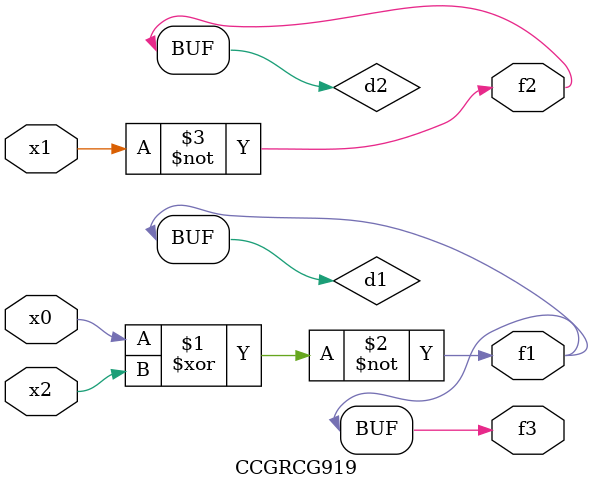
<source format=v>
module CCGRCG919(
	input x0, x1, x2,
	output f1, f2, f3
);

	wire d1, d2, d3;

	xnor (d1, x0, x2);
	nand (d2, x1);
	nor (d3, x1, x2);
	assign f1 = d1;
	assign f2 = d2;
	assign f3 = d1;
endmodule

</source>
